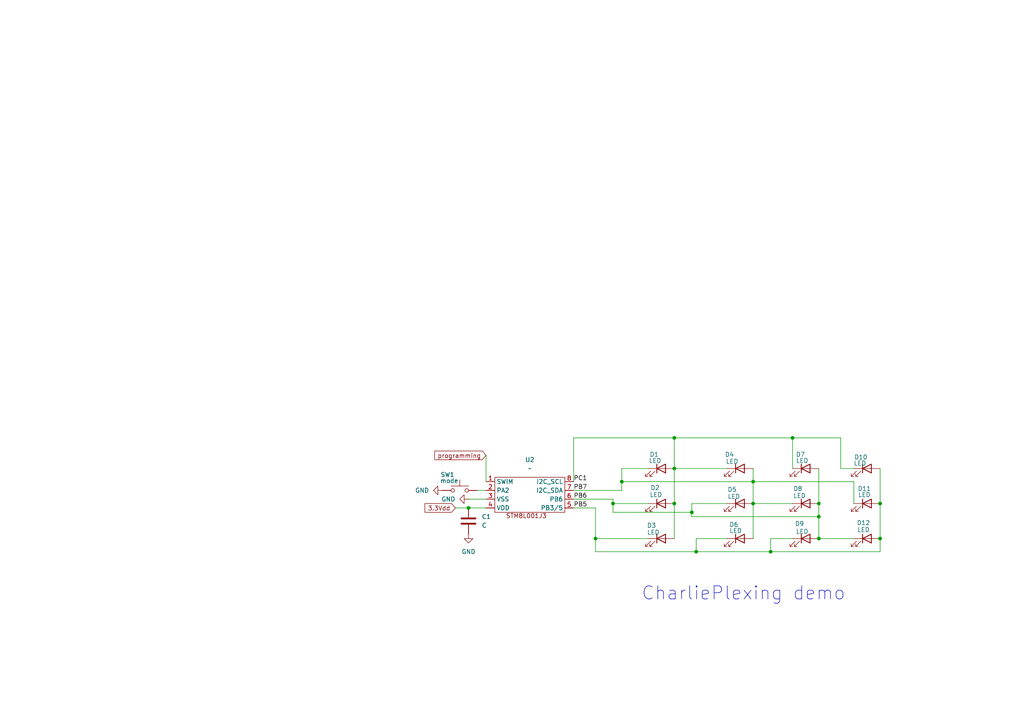
<source format=kicad_sch>
(kicad_sch (version 20250114) (generator "eeschema") (generator_version "9.0")
  (paper "A4")
  (lib_symbols
    (symbol "Device:C" (pin_numbers (hide yes)) (pin_names (offset 0.254))
      (property "Reference" "C" (at 0.635 2.54 0))
      (property "Value" "C" (at 0.635 -2.54 0))
      (symbol "C_0_1"
        (polyline (pts (xy -2.032 0.762) (xy 2.032 0.762)) (stroke (width 0.508)))
        (polyline (pts (xy -2.032 -0.762) (xy 2.032 -0.762)) (stroke (width 0.508)))
      )
      (symbol "C_1_1"
        (pin passive line (at 0 3.81 270) (length 2.794) (name "~") (number "1"))
        (pin passive line (at 0 -3.81 90) (length 2.794) (name "~") (number "2"))
      )
    )
    (symbol "Device:LED" (pin_numbers (hide yes)) (pin_names (offset 1.016) (hide yes))
      (property "Reference" "D" (at 0 2.54 0))
      (property "Value" "LED" (at 0 -2.54 0))
      (symbol "LED_0_1"
        (polyline (pts (xy -3.048 -0.762) (xy -4.572 -2.286) (xy -3.81 -2.286) (xy -4.572 -2.286) (xy -4.572 -1.524)))
        (polyline (pts (xy -1.778 -0.762) (xy -3.302 -2.286) (xy -2.54 -2.286) (xy -3.302 -2.286) (xy -3.302 -1.524)))
        (polyline (pts (xy -1.27 0) (xy 1.27 0)))
        (polyline (pts (xy -1.27 -1.27) (xy -1.27 1.27)) (stroke (width 0.254)))
        (polyline (pts (xy 1.27 -1.27) (xy 1.27 1.27) (xy -1.27 0) (xy 1.27 -1.27)) (stroke (width 0.254)))
      )
      (symbol "LED_1_1"
        (pin passive line (at -3.81 0 0) (length 2.54) (name "K") (number "1"))
        (pin passive line (at 3.81 0 180) (length 2.54) (name "A") (number "2"))
      )
    )
    (symbol "Switch:SW_MEC_5G" (pin_numbers (hide yes)) (pin_names (offset 1.016) (hide yes))
      (property "Reference" "SW" (at 1.27 2.54 0))
      (property "Value" "SW_MEC_5G" (at 0 -1.524 0))
      (symbol "SW_MEC_5G_0_1"
        (circle (center -2.032 0) (radius 0.508))
        (polyline (pts (xy 0 1.27) (xy 0 3.048)))
        (circle (center 2.032 0) (radius 0.508))
        (polyline (pts (xy 2.54 1.27) (xy -2.54 1.27)))
        (pin passive line (at -5.08 0 0) (length 2.54) (name "A") (number "1"))
        (pin passive line (at 5.08 0 180) (length 2.54) (name "B") (number "3"))
      )
      (symbol "SW_MEC_5G_1_1"
        (pin passive line (at -5.08 0 0) (length 2.54) (hide yes) (name "A") (number "2"))
        (pin passive line (at 5.08 0 180) (length 2.54) (hide yes) (name "B") (number "4"))
      )
    )
    (symbol "power:GND" (power) (pin_numbers (hide yes)) (pin_names (offset 0) (hide yes))
      (property "Value" "GND" (at 0 -3.81 0))
      (symbol "GND_0_1"
        (polyline (pts (xy 0 0) (xy 0 -1.27) (xy 1.27 -1.27) (xy 0 -2.54) (xy -1.27 -1.27) (xy 0 -1.27)))
      )
      (symbol "GND_1_1"
        (pin power_in line (at 0 0 270) (length 0) (name "~") (number "1"))
      )
    )
    (symbol "stm8l050j3:STM8L001J3"
      (property "Reference" "U2" (at 0 10.16 0))
      (property "Value" "~" (at 0 7.62 0))
      (symbol "STM8L001J3_0_1"
        (rectangle (start -10.16 5.08) (end 10.16 -5.08))
      )
      (symbol "STM8L001J3_1_1"
        (text "STM8L001J3" (at -1.016 -6.096 0) (effects (font (size 1.27 1.27))))
        (pin bidirectional line (at -12.7 3.81 0) (length 2.54) (name "SWIM") (number "1"))
        (pin bidirectional line (at -12.7 1.27 0) (length 2.54) (name "PA2") (number "2"))
        (pin power_in line (at -12.7 -1.27 0) (length 2.54) (name "VSS") (number "3"))
        (pin power_in line (at -12.7 -3.81 0) (length 2.54) (name "VDD") (number "4"))
        (pin bidirectional line (at 12.7 3.81 180) (length 2.54) (name "I2C_SCL") (number "8"))
        (pin bidirectional line (at 12.7 1.27 180) (length 2.54) (name "I2C_SDA") (number "7"))
        (pin bidirectional line (at 12.7 -1.27 180) (length 2.54) (name "PB6") (number "6"))
        (pin bidirectional line (at 12.7 -3.81 180) (length 2.54) (name "PB3/5") (number "5"))
      )
    )
  )
  (text "CharliePlexing demo" (at 215.646 172.212 0) (effects (font (size 3.81 3.81))))
  (junction (at 201.93 160.02))
  (junction (at 172.72 156.21))
  (junction (at 229.87 127))
  (junction (at 195.58 135.89))
  (junction (at 223.52 160.02))
  (junction (at 195.58 127))
  (junction (at 195.58 146.05))
  (junction (at 237.49 156.21))
  (junction (at 200.66 148.59))
  (junction (at 218.44 139.7))
  (junction (at 135.89 147.32))
  (junction (at 255.27 156.21))
  (junction (at 177.8 146.05))
  (junction (at 255.27 146.05))
  (junction (at 237.49 146.05))
  (junction (at 237.49 149.86))
  (junction (at 180.34 139.7))
  (junction (at 218.44 146.05))
  (wire (pts (xy 172.72 147.32) (xy 172.72 156.21)))
  (wire (pts (xy 177.8 148.59) (xy 177.8 146.05)))
  (wire (pts (xy 195.58 135.89) (xy 195.58 146.05)))
  (wire (pts (xy 237.49 149.86) (xy 237.49 156.21)))
  (wire (pts (xy 247.65 146.05) (xy 247.65 139.7)))
  (wire (pts (xy 255.27 146.05) (xy 255.27 156.21)))
  (wire (pts (xy 255.27 135.89) (xy 255.27 146.05)))
  (wire (pts (xy 210.82 146.05) (xy 200.66 146.05)))
  (wire (pts (xy 200.66 148.59) (xy 200.66 149.86)))
  (wire (pts (xy 201.93 160.02) (xy 172.72 160.02)))
  (wire (pts (xy 166.37 127) (xy 166.37 139.7)))
  (wire (pts (xy 200.66 146.05) (xy 200.66 148.59)))
  (wire (pts (xy 201.93 156.21) (xy 201.93 160.02)))
  (wire (pts (xy 210.82 156.21) (xy 201.93 156.21)))
  (wire (pts (xy 218.44 146.05) (xy 218.44 156.21)))
  (wire (pts (xy 180.34 135.89) (xy 187.96 135.89)))
  (wire (pts (xy 138.43 142.24) (xy 140.97 142.24)))
  (wire (pts (xy 243.84 127) (xy 229.87 127)))
  (wire (pts (xy 135.89 144.78) (xy 140.97 144.78)))
  (wire (pts (xy 172.72 160.02) (xy 172.72 156.21)))
  (wire (pts (xy 177.8 144.78) (xy 177.8 146.05)))
  (wire (pts (xy 195.58 146.05) (xy 195.58 156.21)))
  (wire (pts (xy 243.84 135.89) (xy 243.84 127)))
  (wire (pts (xy 200.66 148.59) (xy 177.8 148.59)))
  (wire (pts (xy 132.08 147.32) (xy 135.89 147.32)))
  (wire (pts (xy 195.58 135.89) (xy 210.82 135.89)))
  (wire (pts (xy 229.87 135.89) (xy 229.87 127)))
  (wire (pts (xy 223.52 160.02) (xy 201.93 160.02)))
  (wire (pts (xy 247.65 139.7) (xy 218.44 139.7)))
  (wire (pts (xy 166.37 147.32) (xy 172.72 147.32)))
  (wire (pts (xy 140.97 132.08) (xy 140.97 139.7)))
  (wire (pts (xy 135.89 147.32) (xy 140.97 147.32)))
  (wire (pts (xy 166.37 142.24) (xy 180.34 142.24)))
  (wire (pts (xy 180.34 139.7) (xy 180.34 135.89)))
  (wire (pts (xy 255.27 160.02) (xy 223.52 160.02)))
  (wire (pts (xy 229.87 156.21) (xy 223.52 156.21)))
  (wire (pts (xy 218.44 135.89) (xy 218.44 139.7)))
  (wire (pts (xy 166.37 144.78) (xy 177.8 144.78)))
  (wire (pts (xy 237.49 146.05) (xy 237.49 149.86)))
  (wire (pts (xy 237.49 135.89) (xy 237.49 146.05)))
  (wire (pts (xy 200.66 149.86) (xy 237.49 149.86)))
  (wire (pts (xy 172.72 156.21) (xy 187.96 156.21)))
  (wire (pts (xy 187.96 146.05) (xy 177.8 146.05)))
  (wire (pts (xy 195.58 135.89) (xy 195.58 127)))
  (wire (pts (xy 218.44 139.7) (xy 218.44 146.05)))
  (wire (pts (xy 195.58 127) (xy 166.37 127)))
  (wire (pts (xy 218.44 146.05) (xy 229.87 146.05)))
  (wire (pts (xy 223.52 156.21) (xy 223.52 160.02)))
  (wire (pts (xy 247.65 135.89) (xy 243.84 135.89)))
  (wire (pts (xy 255.27 156.21) (xy 255.27 160.02)))
  (wire (pts (xy 180.34 139.7) (xy 218.44 139.7)))
  (wire (pts (xy 229.87 127) (xy 195.58 127)))
  (wire (pts (xy 237.49 156.21) (xy 247.65 156.21)))
  (wire (pts (xy 180.34 142.24) (xy 180.34 139.7)))
  (label "PB7" (at 166.37 142.24 0))
  (label "PB6" (at 166.37 144.78 0))
  (label "PC1" (at 166.37 139.7 0))
  (label "PB5" (at 166.37 147.32 0))
  (global_label "programming" (shape input) (at 140.97 132.08 180) (property "Intersheetrefs" "${INTERSHEET_REFS}" (effects (hide yes))))
  (global_label "3.3Vdd" (shape input) (at 132.08 147.32 180) (property "Intersheetrefs" "${INTERSHEET_REFS}" (effects (hide yes))))
  (symbol (lib_id "Device:LED") (at 191.77 146.05 0) (unit 1)
    (property "Reference" "D2" (at 189.992 141.478 0))
    (property "Value" "LED" (at 190.246 143.51 0))
    (property "Description" "Light emitting diode" (effects (hide yes)))
    (property "Sim.Pins" "1=K 2=A" (effects (hide yes)))
  )
  (symbol (lib_id "power:GND") (at 135.89 154.94 0) (unit 1)
    (property "Reference" "#PWR01" (effects (hide yes)))
    (property "Value" "GND" (at 135.89 160.02 0))
    (property "Description" "Power symbol creates a global label with name \"GND\" , ground" (effects (hide yes)))
  )
  (symbol (lib_id "Device:C") (at 135.89 151.13 0) (unit 1)
    (property "Reference" "C1" (at 139.7 149.8599 0) (effects (justify left)))
    (property "Value" "C" (at 139.7 152.3999 0) (effects (justify left)))
    (property "Description" "Unpolarized capacitor" (effects (hide yes)))
  )
  (symbol (lib_id "Switch:SW_MEC_5G") (at 133.35 142.24 0) (unit 1)
    (property "Reference" "SW1" (at 129.794 137.668 0))
    (property "Value" "mode" (at 130.302 139.446 0))
    (property "Datasheet" "http://www.apem.com/int/index.php?controller=attachment&id_attachment=488" (effects (hide yes)))
    (property "Description" "MEC 5G single pole normally-open tactile switch" (effects (hide yes)))
  )
  (symbol (lib_id "Device:LED") (at 191.77 135.89 0) (unit 1)
    (property "Reference" "D1" (at 189.738 131.826 0))
    (property "Value" "LED" (at 189.992 133.604 0))
    (property "Description" "Light emitting diode" (effects (hide yes)))
    (property "Sim.Pins" "1=K 2=A" (effects (hide yes)))
  )
  (symbol (lib_id "power:GND") (at 135.89 144.78 270) (unit 1)
    (property "Reference" "#PWR02" (effects (hide yes)))
    (property "Value" "GND" (at 132.08 144.7799 90) (effects (justify right)))
    (property "Description" "Power symbol creates a global label with name \"GND\" , ground" (effects (hide yes)))
  )
  (symbol (lib_id "Device:LED") (at 214.63 146.05 0) (unit 1)
    (property "Reference" "D5" (at 212.344 141.986 0))
    (property "Value" "LED" (at 212.852 144.018 0))
    (property "Description" "Light emitting diode" (effects (hide yes)))
    (property "Sim.Pins" "1=K 2=A" (effects (hide yes)))
  )
  (symbol (lib_id "Device:LED") (at 233.68 146.05 0) (unit 1)
    (property "Reference" "D8" (at 231.394 141.732 0))
    (property "Value" "LED" (at 231.902 143.764 0))
    (property "Description" "Light emitting diode" (effects (hide yes)))
    (property "Sim.Pins" "1=K 2=A" (effects (hide yes)))
  )
  (symbol (lib_id "Device:LED") (at 214.63 135.89 0) (unit 1)
    (property "Reference" "D4" (at 211.582 131.826 0))
    (property "Value" "LED" (at 212.344 133.858 0))
    (property "Description" "Light emitting diode" (effects (hide yes)))
    (property "Sim.Pins" "1=K 2=A" (effects (hide yes)))
  )
  (symbol (lib_id "stm8l050j3:STM8L001J3") (at 153.67 143.51 0) (unit 1)
    (property "Reference" "U2" (at 153.67 133.35 0))
    (property "Value" "~" (at 153.67 135.89 0))
  )
  (symbol (lib_id "Device:LED") (at 233.68 135.89 0) (unit 1)
    (property "Reference" "D7" (at 232.156 131.826 0))
    (property "Value" "LED" (at 232.664 133.604 0))
    (property "Description" "Light emitting diode" (effects (hide yes)))
    (property "Sim.Pins" "1=K 2=A" (effects (hide yes)))
  )
  (symbol (lib_id "Device:LED") (at 214.63 156.21 0) (unit 1)
    (property "Reference" "D6" (at 212.852 152.146 0))
    (property "Value" "LED" (at 213.36 153.924 0))
    (property "Description" "Light emitting diode" (effects (hide yes)))
    (property "Sim.Pins" "1=K 2=A" (effects (hide yes)))
  )
  (symbol (lib_id "Device:LED") (at 191.77 156.21 0) (unit 1)
    (property "Reference" "D3" (at 188.976 152.4 0))
    (property "Value" "LED" (at 189.484 154.432 0))
    (property "Description" "Light emitting diode" (effects (hide yes)))
    (property "Sim.Pins" "1=K 2=A" (effects (hide yes)))
  )
  (symbol (lib_id "Device:LED") (at 251.46 146.05 0) (unit 1)
    (property "Reference" "D11" (at 250.698 141.732 0))
    (property "Value" "LED" (at 250.698 143.51 0))
    (property "Description" "Light emitting diode" (effects (hide yes)))
    (property "Sim.Pins" "1=K 2=A" (effects (hide yes)))
  )
  (symbol (lib_id "power:GND") (at 128.27 142.24 270) (unit 1)
    (property "Reference" "#PWR03" (effects (hide yes)))
    (property "Value" "GND" (at 124.46 142.2399 90) (effects (justify right)))
    (property "Description" "Power symbol creates a global label with name \"GND\" , ground" (effects (hide yes)))
  )
  (symbol (lib_id "Device:LED") (at 251.46 156.21 0) (unit 1)
    (property "Reference" "D12" (at 250.444 151.638 0))
    (property "Value" "LED" (at 250.444 153.67 0))
    (property "Description" "Light emitting diode" (effects (hide yes)))
    (property "Sim.Pins" "1=K 2=A" (effects (hide yes)))
  )
  (symbol (lib_id "Device:LED") (at 251.46 135.89 0) (unit 1)
    (property "Reference" "D10" (at 249.682 132.588 0))
    (property "Value" "LED" (at 249.428 134.366 0))
    (property "Description" "Light emitting diode" (effects (hide yes)))
    (property "Sim.Pins" "1=K 2=A" (effects (hide yes)))
  )
  (symbol (lib_id "Device:LED") (at 233.68 156.21 0) (unit 1)
    (property "Reference" "D9" (at 231.902 151.892 0))
    (property "Value" "LED" (at 232.664 154.178 0))
    (property "Description" "Light emitting diode" (effects (hide yes)))
    (property "Sim.Pins" "1=K 2=A" (effects (hide yes)))
  )
)
</source>
